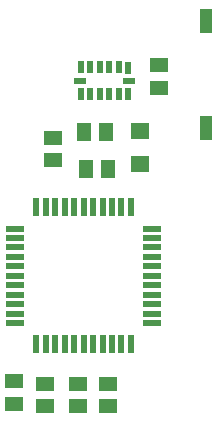
<source format=gtp>
G75*
%MOIN*%
%OFA0B0*%
%FSLAX25Y25*%
%IPPOS*%
%LPD*%
%AMOC8*
5,1,8,0,0,1.08239X$1,22.5*
%
%ADD10R,0.05906X0.05118*%
%ADD11R,0.05118X0.05906*%
%ADD12R,0.06299X0.05512*%
%ADD13R,0.05906X0.01969*%
%ADD14R,0.01969X0.05906*%
%ADD15R,0.01969X0.04424*%
%ADD16R,0.04424X0.01969*%
%ADD17R,0.04300X0.07900*%
D10*
X0027086Y0039915D03*
X0027086Y0047396D03*
X0037405Y0046594D03*
X0037405Y0039114D03*
X0048329Y0039114D03*
X0048329Y0046594D03*
X0058548Y0046602D03*
X0058548Y0039122D03*
X0040210Y0121104D03*
X0040210Y0128585D03*
X0075476Y0145261D03*
X0075476Y0152741D03*
D11*
X0057801Y0130649D03*
X0058464Y0118039D03*
X0050983Y0118039D03*
X0050320Y0130649D03*
D12*
X0069117Y0130793D03*
X0069117Y0119770D03*
D13*
X0073123Y0098330D03*
X0073123Y0095180D03*
X0073123Y0092031D03*
X0073123Y0088881D03*
X0073123Y0085732D03*
X0073123Y0082582D03*
X0073123Y0079432D03*
X0073123Y0076283D03*
X0073123Y0073133D03*
X0073123Y0069984D03*
X0073123Y0066834D03*
X0027454Y0066834D03*
X0027454Y0069984D03*
X0027454Y0073133D03*
X0027454Y0076283D03*
X0027454Y0079432D03*
X0027454Y0082582D03*
X0027454Y0085732D03*
X0027454Y0088881D03*
X0027454Y0092031D03*
X0027454Y0095180D03*
X0027454Y0098330D03*
D14*
X0034540Y0105417D03*
X0037690Y0105417D03*
X0040840Y0105417D03*
X0043989Y0105417D03*
X0047139Y0105417D03*
X0050288Y0105417D03*
X0053438Y0105417D03*
X0056588Y0105417D03*
X0059737Y0105417D03*
X0062887Y0105417D03*
X0066036Y0105417D03*
X0066036Y0059747D03*
X0062887Y0059747D03*
X0059737Y0059747D03*
X0056588Y0059747D03*
X0053438Y0059747D03*
X0050288Y0059747D03*
X0047139Y0059747D03*
X0043989Y0059747D03*
X0040840Y0059747D03*
X0037690Y0059747D03*
X0034540Y0059747D03*
D15*
X0049322Y0143060D03*
X0052471Y0143060D03*
X0055621Y0143060D03*
X0058770Y0143060D03*
X0061920Y0143060D03*
X0065070Y0143060D03*
X0065070Y0151991D03*
X0061920Y0152021D03*
X0058770Y0152021D03*
X0055621Y0152021D03*
X0052471Y0152021D03*
X0049322Y0152021D03*
D16*
X0048928Y0147540D03*
X0065463Y0147540D03*
D17*
X0090965Y0131988D03*
X0090965Y0167388D03*
M02*

</source>
